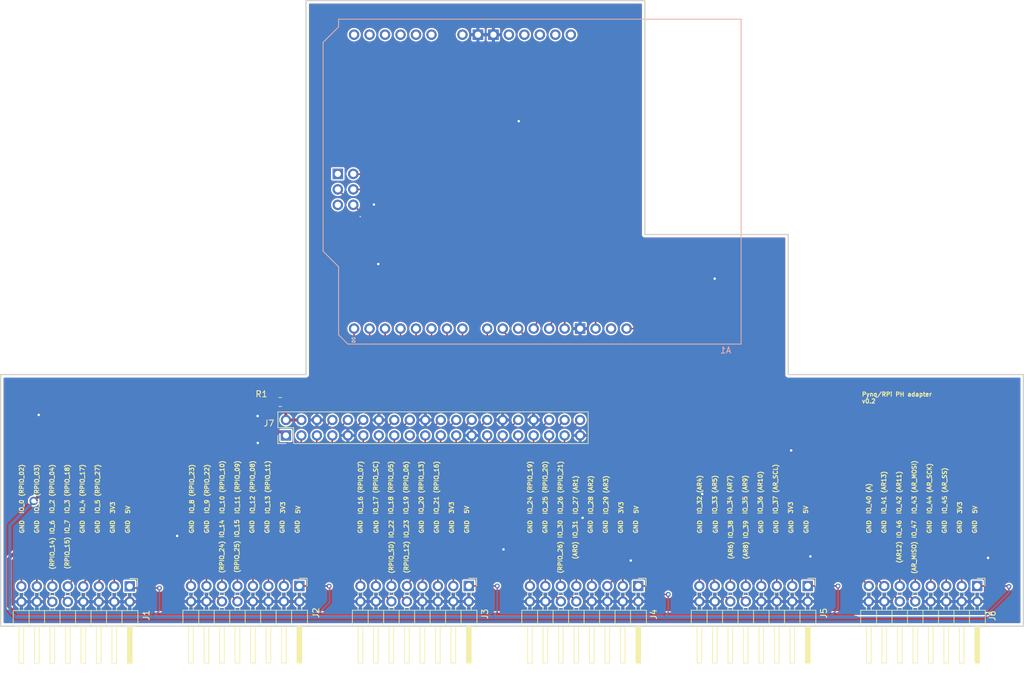
<source format=kicad_pcb>
(kicad_pcb (version 20211014) (generator pcbnew)
  (layers (0 "F.Cu" signal) (31 "B.Cu" signal) (34 "B.Paste" user) (35 "F.Paste" user) (36 "B.SilkS" user "B.Silkscreen") (37 "F.SilkS" user "F.Silkscreen") (38 "B.Mask" user) (39 "F.Mask" user) (44 "Edge.Cuts" user))
  (net 0 "")
  (net 1 "+3V3")
  (net 2 "+5V")
  (net 10 "/AR0")
  (net 11 "/AR4")
  (net 12 "/AR6")
  (net 13 "/AR8")
  (net 14 "/AR9")
  (net 15 "/AR10")
  (net 16 "/AR11")
  (net 17 "GND")
  (net 20 "/AR_MISO")
  (net 22 "/AR_SS")
  (net 23 "/AR_SCL")
  (net 26 "+5VD")
  (net 27 "/IO_5")
  (net 28 "/IO_4")
  (net 29 "/IO_3")
  (net 30 "/IO_7")
  (net 31 "/IO_2")
  (net 32 "/IO_6")
  (net 33 "/IO_1")
  (net 34 "/IO_0")
  (net 35 "/IO_13")
  (net 36 "/IO_12")
  (net 37 "/IO_11")
  (net 38 "/IO_15")
  (net 39 "/IO_10")
  (net 40 "/IO_14")
  (net 41 "/IO_9")
  (net 42 "/IO_8")
  (net 43 "/IO_21")
  (net 44 "/IO_20")
  (net 45 "/IO_19")
  (net 46 "/IO_23")
  (net 47 "/IO_18")
  (net 48 "/IO_22")
  (net 49 "/IO_17")
  (net 50 "/AR12")
  (net 51 "/IO_16")
  (net 52 "/IO_26")
  (net 53 "/IO_30")
  (net 54 "/IO_25")
  (net 55 "/IO_24")
  (net 56 "/AR_SCK")
  (net 59 "/A")
  (net 60 "/AR1")
  (net 61 "/AR2")
  (net 62 "/AR3")
  (net 63 "/AR5")
  (net 64 "/AR7")
  (net 65 "/AR13")
  (net 66 "/AR_MOSI")
  (footprint "Connector_PinHeader_2.54mm:PinHeader_2x08_P2.54mm_Horizontal" (layer "F.Cu") (at 92.715 112.21 -90)
    (fp_text reference "J3")
    (fp_text value "Conn_02x08_Odd_Even")
  )
  (footprint "Connector_PinHeader_2.54mm:PinHeader_2x08_P2.54mm_Horizontal" (layer "F.Cu") (at 64.915 112.21 -90)
    (fp_text reference "J2")
    (fp_text value "Conn_02x08_Odd_Even")
  )
  (footprint "CL_Arduino_Library:Arduino_Uno_R3_Shield_No_MH" (layer "F.Cu") (at 137.3886 19.1516 180)
    (fp_text reference "A1")
    (fp_text value "Arduino_Uno_R3_Shield")
  )
  (footprint "Connector_PinHeader_2.54mm:PinHeader_2x08_P2.54mm_Horizontal" (layer "F.Cu") (at 37.085 112.26 -90)
    (fp_text reference "J1")
    (fp_text value "Conn_02x08_Odd_Even")
  )
  (footprint "Connector_PinHeader_2.54mm:PinHeader_2x08_P2.54mm_Horizontal" (layer "F.Cu") (at 176.115 112.21 -90)
    (fp_text reference "J6")
    (fp_text value "Conn_02x08_Odd_Even")
  )
  (footprint "Resistor_SMD:R_0805_2012Metric" (layer "F.Cu") (at 61.78 82 180)
    (fp_text reference "R1")
    (fp_text value "DNP")
  )
  (footprint "Connector_PinHeader_2.54mm:PinHeader_2x08_P2.54mm_Horizontal" (layer "F.Cu") (at 148.315 112.21 -90)
    (fp_text reference "J5")
    (fp_text value "Conn_02x08_Odd_Even")
  )
  (footprint "Connector_PinHeader_2.54mm:PinHeader_2x08_P2.54mm_Horizontal" (layer "F.Cu") (at 120.515 112.21 -90)
    (fp_text reference "J4")
    (fp_text value "Conn_02x08_Odd_Even")
  )
  (footprint "Connector_PinHeader_2.54mm:PinHeader_2x20_P2.54mm_Vertical" (layer "F.Cu") (at 62.71 87.49 90)
    (fp_text reference "J7")
    (fp_text value "Conn_02x20_Odd_Even")
  )
  (gr_line (start 121.6 54.5) (end 121.6 16.1) (layer "Edge.Cuts") (width 0.2))
  (gr_line (start 121.6 16.1) (end 66 16.1) (layer "Edge.Cuts") (width 0.2))
  (gr_line (start 145.12 77.5) (end 145.12 54.5) (layer "Edge.Cuts") (width 0.2))
  (gr_line (start 145.12 54.5) (end 121.6 54.5) (layer "Edge.Cuts") (width 0.2))
  (gr_line (start 66 77.5) (end 66 16.1) (layer "Edge.Cuts") (width 0.2))
  (gr_line (start 183.7 118.8) (end 15.9 118.8) (layer "Edge.Cuts") (width 0.2))
  (gr_line (start 183.7 118.8) (end 183.7 77.5) (layer "Edge.Cuts") (width 0.2))
  (gr_line (start 183.7 77.5) (end 145.12 77.5) (layer "Edge.Cuts") (width 0.2))
  (gr_line (start 15.9 118.8) (end 15.9 77.5) (layer "Edge.Cuts") (width 0.2))
  (gr_line (start 66 77.5) (end 15.9 77.5) (layer "Edge.Cuts") (width 0.2))
  (gr_text "GND" (at 36.7538 102.489 90) (layer "F.SilkS") (effects (font (size 0.7 0.7))))
  (gr_text "IO_40 (A)" (at 158.3436 97.8662 90) (layer "F.SilkS") (effects (font (size 0.7 0.7))))
  (gr_text "GND" (at 143.110856 102.489 90) (layer "F.SilkS") (effects (font (size 0.7 0.7))))
  (gr_text "(RPIO_24) IO_14" (at 52.197 105.7148 90) (layer "F.SilkS") (effects (font (size 0.7 0.7))))
  (gr_text "GND" (at 34.275484 102.489 90) (layer "F.SilkS") (effects (font (size 0.7 0.7))))
  (gr_text "IO_35 (AR9)" (at 138.049 97.2058 90) (layer "F.SilkS") (effects (font (size 0.7 0.7))))
  (gr_text "(RPIO_SD) IO_22" (at 79.999114 105.7656 90) (layer "F.SilkS") (effects (font (size 0.7 0.7))))
  (gr_text "GND" (at 168.267742 102.489 90) (layer "F.SilkS") (effects (font (size 0.7 0.7))))
  (gr_text "GND" (at 31.79717 102.489 90) (layer "F.SilkS") (effects (font (size 0.7 0.7))))
  (gr_text "IO_41 (AR13)" (at 160.8074 96.8756 90) (layer "F.SilkS") (effects (font (size 0.7 0.7))))
  (gr_text "GND" (at 115.145456 102.489 90) (layer "F.SilkS") (effects (font (size 0.7 0.7))))
  (gr_text "IO_11 (RPIO_09)" (at 54.737 95.9866 90) (layer "F.SilkS") (effects (font (size 0.7 0.7))))
  (gr_text "IO_25 (RPIO_20)" (at 105.250344 96.0628 90) (layer "F.SilkS") (effects (font (size 0.7 0.7))))
  (gr_text "GND" (at 117.62377 102.489 90) (layer "F.SilkS") (effects (font (size 0.7 0.7))))
  (gr_text "IO_37 (AR_SCL)" (at 143.0274 96.2914 90) (layer "F.SilkS") (effects (font (size 0.7 0.7))))
  (gr_text "GND" (at 170.746056 102.489 90) (layer "F.SilkS") (effects (font (size 0.7 0.7))))
  (gr_text "IO_9 (RPIO_22)" (at 49.7586 96.272733 90) (layer "F.SilkS") (effects (font (size 0.7 0.7))))
  (gr_text "(AR0) IO_31" (at 110.167056 104.6226 90) (layer "F.SilkS") (effects (font (size 0.7 0.7))))
  (gr_text "5V" (at 120.185544 99.672733 90) (layer "F.SilkS") (effects (font (size 0.7 0.7))))
  (gr_text "(RPIO_26) IO_30" (at 107.710514 105.7656 90) (layer "F.SilkS") (effects (font (size 0.7 0.7))))
  (gr_text "IO_36 (AR10)" (at 140.5382 96.8756 90) (layer "F.SilkS") (effects (font (size 0.7 0.7))))
  (gr_text "IO_34 (AR7)" (at 135.5598 97.2058 90) (layer "F.SilkS") (effects (font (size 0.7 0.7))))
  (gr_text "5V" (at 64.6938 99.672733 90) (layer "F.SilkS") (effects (font (size 0.7 0.7))))
  (gr_text "IO_29 (AR3)" (at 115.207144 97.2566 90) (layer "F.SilkS") (effects (font (size 0.7 0.7))))
  (gr_text "(AR8) IO_39" (at 138.1506 104.648 90) (layer "F.SilkS") (effects (font (size 0.7 0.7))))
  (gr_text "3V3" (at 145.5166 99.3394 90) (layer "F.SilkS") (effects (font (size 0.7 0.7))))
  (gr_text "IO_33 (AR5)" (at 133.0706 97.2058 90) (layer "F.SilkS") (effects (font (size 0.7 0.7))))
  (gr_text "IO_12 (RPIO_08)" (at 57.2262 95.9866 90) (layer "F.SilkS") (effects (font (size 0.7 0.7))))
  (gr_text "GND" (at 77.5208 102.489 90) (layer "F.SilkS") (effects (font (size 0.7 0.7))))
  (gr_text "3V3" (at 89.8906 99.3394 90) (layer "F.SilkS") (effects (font (size 0.7 0.7))))
  (gr_text "IO_24 (RPIO_19)" (at 102.761144 96.0628 90) (layer "F.SilkS") (effects (font (size 0.7 0.7))))
  (gr_text "3V3" (at 117.696344 99.3394 90) (layer "F.SilkS") (effects (font (size 0.7 0.7))))
  (gr_text "GND" (at 92.390684 102.489 90) (layer "F.SilkS") (effects (font (size 0.7 0.7))))
  (gr_text "(AR12) IO_46" (at 163.311114 104.9274 90) (layer "F.SilkS") (effects (font (size 0.7 0.7))))
  (gr_text "IO_21 (RPIO_16)" (at 87.4014 96.0628 90) (layer "F.SilkS") (effects (font (size 0.7 0.7))))
  (gr_text "GND" (at 173.22437 102.489 90) (layer "F.SilkS") (effects (font (size 0.7 0.7))))
  (gr_text "GND" (at 87.434056 102.489 90) (layer "F.SilkS") (effects (font (size 0.7 0.7))))
  (gr_text "IO_10 (RPIO_10)" (at 52.2478 95.9866 90) (layer "F.SilkS") (effects (font (size 0.7 0.7))))
  (gr_text "IO_0 (RPIO_02)" (at 19.3548 96.272733 90) (layer "F.SilkS") (effects (font (size 0.7 0.7))))
  (gr_text "IO_27 (AR1)" (at 110.228744 97.2566 90) (layer "F.SilkS") (effects (font (size 0.7 0.7))))
  (gr_text "(RPIO_15) IO_7" (at 26.8224 105.3846 90) (layer "F.SilkS") (effects (font (size 0.7 0.7))))
  (gr_text "(RPIO_25) IO_15" (at 54.671686 105.664 90) (layer "F.SilkS") (effects (font (size 0.7 0.7))))
  (gr_text "GND" (at 102.7684 102.489 90) (layer "F.SilkS") (effects (font (size 0.7 0.7))))
  (gr_text "IO_5 (RPIO_27)" (at 31.8008 96.272733 90) (layer "F.SilkS") (effects (font (size 0.7 0.7))))
  (gr_text "GND" (at 130.6068 102.489 90) (layer "F.SilkS") (effects (font (size 0.7 0.7))))
  (gr_text "IO_43 (AR_MOSI)" (at 165.796686 95.9866 90) (layer "F.SilkS") (effects (font (size 0.7 0.7))))
  (gr_text "GND" (at 59.631942 102.489 90) (layer "F.SilkS") (effects (font (size 0.7 0.7))))
  (gr_text "IO_44 (AR_SCK)" (at 168.285886 96.2152 90) (layer "F.SilkS") (effects (font (size 0.7 0.7))))
  (gr_text "IO_13 (RPIO_11)" (at 59.7154 95.9866 90) (layer "F.SilkS") (effects (font (size 0.7 0.7))))
  (gr_text "GND" (at 112.667142 102.489 90) (layer "F.SilkS") (effects (font (size 0.7 0.7))))
  (gr_text "GND" (at 64.58857 102.489 90) (layer "F.SilkS") (effects (font (size 0.7 0.7))))
  (gr_text "GND" (at 120.102084 102.489 90) (layer "F.SilkS") (effects (font (size 0.7 0.7))))
  (gr_text "IO_4 (RPIO_17)" (at 29.3116 96.272733 90) (layer "F.SilkS") (effects (font (size 0.7 0.7))))
  (gr_text "GND" (at 145.58917 102.489 90) (layer "F.SilkS") (effects (font (size 0.7 0.7))))
  (gr_text "GND" (at 29.318856 102.489 90) (layer "F.SilkS") (effects (font (size 0.7 0.7))))
  (gr_text "GND" (at 133.1976 102.489 90) (layer "F.SilkS") (effects (font (size 0.7 0.7))))
  (gr_text "GND" (at 89.91237 102.489 90) (layer "F.SilkS") (effects (font (size 0.7 0.7))))
  (gr_text "IO_3 (RPIO_18)" (at 26.8224 96.272733 90) (layer "F.SilkS") (effects (font (size 0.7 0.7))))
  (gr_text "(AR6) IO_38" (at 135.675914 104.6226 90) (layer "F.SilkS") (effects (font (size 0.7 0.7))))
  (gr_text "(RPIO_12) IO_23" (at 82.4738 105.7402 90) (layer "F.SilkS") (effects (font (size 0.7 0.7))))
  (gr_text "IO_18 (RPIO_05)" (at 79.9338 96.0628 90) (layer "F.SilkS") (effects (font (size 0.7 0.7))))
  (gr_text "5V" (at 92.3798 99.672733 90) (layer "F.SilkS") (effects (font (size 0.7 0.7))))
  (gr_text "GND" (at 62.110256 102.489 90) (layer "F.SilkS") (effects (font (size 0.7 0.7))))
  (gr_text "IO_42 (AR11)" (at 163.2966 96.8756 90) (layer "F.SilkS") (effects (font (size 0.7 0.7))))
  (gr_text "IO_19 (RPIO_06)" (at 82.423 96.0628 90) (layer "F.SilkS") (effects (font (size 0.7 0.7))))
  (gr_text "Pynq/RPi PH adapter\nv0.2" (at 157.1244 81.3054) (layer "F.SilkS") (effects (font (size 0.7 0.7)) (justify left)))
  (gr_text "3V3" (at 173.264286 99.3394 90) (layer "F.SilkS") (effects (font (size 0.7 0.7))))
  (gr_text "GND" (at 158.369 102.489 90) (layer "F.SilkS") (effects (font (size 0.7 0.7))))
  (gr_text "GND" (at 47.244 102.489 90) (layer "F.SilkS") (effects (font (size 0.7 0.7))))
  (gr_text "GND" (at 148.067484 102.489 90) (layer "F.SilkS") (effects (font (size 0.7 0.7))))
  (gr_text "5V" (at 175.753486 99.672733 90) (layer "F.SilkS") (effects (font (size 0.7 0.7))))
  (gr_text "IO_2 (RPIO_04)" (at 24.3332 96.272733 90) (layer "F.SilkS") (effects (font (size 0.7 0.7))))
  (gr_text "IO_8 (RPIO_23)" (at 47.2694 96.272733 90) (layer "F.SilkS") (effects (font (size 0.7 0.7))))
  (gr_text "IO_16 (RPIO_07)" (at 74.9554 96.0628 90) (layer "F.SilkS") (effects (font (size 0.7 0.7))))
  (gr_text "GND" (at 21.844 102.489 90) (layer "F.SilkS") (effects (font (size 0.7 0.7))))
  (gr_text "GND" (at 140.632542 102.489 90) (layer "F.SilkS") (effects (font (size 0.7 0.7))))
  (gr_text "(AR_MISO) IO_47" (at 165.774914 105.8164 90) (layer "F.SilkS") (effects (font (size 0.7 0.7))))
  (gr_text "(RPIO_14) IO_6" (at 24.362228 105.455667 90) (layer "F.SilkS") (effects (font (size 0.7 0.7))))
  (gr_text "IO_28 (AR2)" (at 112.717944 97.2566 90) (layer "F.SilkS") (effects (font (size 0.7 0.7))))
  (gr_text "GND" (at 160.8328 102.489 90) (layer "F.SilkS") (effects (font (size 0.7 0.7))))
  (gr_text "IO_26 (RPIO_21)" (at 107.739544 96.0628 90) (layer "F.SilkS") (effects (font (size 0.7 0.7))))
  (gr_text "3V3" (at 62.2046 99.3394 90) (layer "F.SilkS") (effects (font (size 0.7 0.7))))
  (gr_text "GND" (at 175.702684 102.489 90) (layer "F.SilkS") (effects (font (size 0.7 0.7))))
  (gr_text "IO_45 (AR_SS)" (at 170.775086 96.5708 90) (layer "F.SilkS") (effects (font (size 0.7 0.7))))
  (gr_text "3V3" (at 34.29 99.3394 90) (layer "F.SilkS") (effects (font (size 0.7 0.7))))
  (gr_text "IO_1 (RPIO_03)" (at 21.844 96.272733 90) (layer "F.SilkS") (effects (font (size 0.7 0.7))))
  (gr_text "GND" (at 49.718686 102.489 90) (layer "F.SilkS") (effects (font (size 0.7 0.7))))
  (gr_text "GND" (at 74.9046 102.489 90) (layer "F.SilkS") (effects (font (size 0.7 0.7))))
  (gr_text "GND" (at 105.2322 102.489 90) (layer "F.SilkS") (effects (font (size 0.7 0.7))))
  (gr_text "5V" (at 148.0058 99.672733 90) (layer "F.SilkS") (effects (font (size 0.7 0.7))))
  (gr_text "IO_32 (AR4)" (at 130.5814 97.2058 90) (layer "F.SilkS") (effects (font (size 0.7 0.7))))
  (gr_text "GND" (at 84.955742 102.489 90) (layer "F.SilkS") (effects (font (size 0.7 0.7))))
  (gr_text "GND" (at 19.4056 102.489 90) (layer "F.SilkS") (effects (font (size 0.7 0.7))))
  (gr_text "5V" (at 36.7792 99.672733 90) (layer "F.SilkS") (effects (font (size 0.7 0.7))))
  (gr_text "IO_20 (RPIO_13)" (at 84.9122 96.0628 90) (layer "F.SilkS") (effects (font (size 0.7 0.7))))
  (gr_text "IO_17 (RPIO_SC)" (at 77.4446 96.0628 90) (layer "F.SilkS") (effects (font (size 0.7 0.7))))
  (gr_text "GND" (at 57.153628 102.489 90) (layer "F.SilkS") (effects (font (size 0.7 0.7))))
  (segment (start 71.58 111.712) (end 71.58 115.81) (width 0.254) (layer "F.Cu") (net 1))
  (segment (start 18.49 116.83) (end 17.21 115.55) (width 0.508) (layer "F.Cu") (net 1))
  (segment (start 146.65 109.81) (end 153.1932 109.81) (width 0.254) (layer "F.Cu") (net 1))
  (segment (start 60.75 116.83) (end 70.56 116.83) (width 0.508) (layer "F.Cu") (net 1))
  (segment (start 62.1 86.9) (end 62.69 87.49) (width 0.5) (layer "F.Cu") (net 1))
  (segment (start 43.04 116.83) (end 43.99 116.83) (width 0.508) (layer "F.Cu") (net 1))
  (segment (start 155.79 116.83) (end 181.16 116.83) (width 0.254) (layer "F.Cu") (net 1))
  (segment (start 17.21 115.55) (end 17.21 107.74) (width 0.508) (layer "F.Cu") (net 1))
  (segment (start 127.51 113.3114) (end 127.51 115.89) (width 0.3) (layer "F.Cu") (net 1))
  (segment (start 70.56 116.83) (end 87.92 116.83) (width 0.508) (layer "F.Cu") (net 1))
  (segment (start 99.52 111.966) (end 99.52 116.18) (width 0.254) (layer "F.Cu") (net 1))
  (segment (start 62.375 112.21) (end 62.375 110.835) (width 0.254) (layer "F.Cu") (net 1))
  (segment (start 69.948 110.08) (end 71.58 111.712) (width 0.254) (layer "F.Cu") (net 1))
  (segment (start 43.99 115.88) (end 43.04 116.83) (width 0.254) (layer "F.Cu") (net 1))
  (segment (start 127.51 115.89) (end 126.57 116.83) (width 0.3) (layer "F.Cu") (net 1))
  (segment (start 63.13 110.08) (end 69.948 110.08) (width 0.254) (layer "F.Cu") (net 1))
  (segment (start 115.85 116.83) (end 122.61 116.83) (width 0.508) (layer "F.Cu") (net 1))
  (segment (start 155.57 115.73) (end 154.47 116.83) (width 0.254) (layer "F.Cu") (net 1))
  (segment (start 145.775 112.21) (end 145.775 110.685) (width 0.254) (layer "F.Cu") (net 1))
  (segment (start 174.43 110.16) (end 173.575 111.015) (width 0.254) (layer "F.Cu") (net 1))
  (segment (start 62.375 110.835) (end 63.13 110.08) (width 0.254) (layer "F.Cu") (net 1))
  (segment (start 34.545 111.085) (end 35.29 110.34) (width 0.254) (layer "F.Cu") (net 1))
  (segment (start 117.975 112.21) (end 117.975 110.795) (width 0.3) (layer "F.Cu") (net 1))
  (segment (start 126.57 116.83) (end 154.47 116.83) (width 0.508) (layer "F.Cu") (net 1))
  (segment (start 173.575 111.015) (end 173.575 112.21) (width 0.254) (layer "F.Cu") (net 1))
  (segment (start 90.175 112.21) (end 90.175 110.715) (width 0.254) (layer "F.Cu") (net 1))
  (segment (start 155.57 112.1868) (end 155.57 115.73) (width 0.254) (layer "F.Cu") (net 1))
  (segment (start 153.1932 109.81) (end 155.57 112.1868) (width 0.254) (layer "F.Cu") (net 1))
  (segment (start 97.354 109.8) (end 99.52 111.966) (width 0.254) (layer "F.Cu") (net 1))
  (segment (start 43.99 112.3668) (end 43.99 115.88) (width 0.254) (layer "F.Cu") (net 1))
  (segment (start 38.05 86.9) (end 62.1 86.9) (width 0.508) (layer "F.Cu") (net 1))
  (segment (start 43.99 116.83) (end 60.75 116.83) (width 0.508) (layer "F.Cu") (net 1))
  (segment (start 122.73 110.32) (end 123.93 111.52) (width 0.3) (layer "F.Cu") (net 1))
  (segment (start 122.61 116.83) (end 126.57 116.83) (width 0.508) (layer "F.Cu") (net 1))
  (segment (start 182.2958 115.6942) (end 182.2958 110.6358) (width 0.254) (layer "F.Cu") (net 1))
  (segment (start 71.58 115.81) (end 70.56 116.83) (width 0.254) (layer "F.Cu") (net 1))
  (segment (start 91.09 109.8) (end 97.354 109.8) (width 0.254) (layer "F.Cu") (net 1))
  (segment (start 41.9632 110.34) (end 43.99 112.3668) (width 0.254) (layer "F.Cu") (net 1))
  (segment (start 98.87 116.83) (end 115.85 116.83) (width 0.508) (layer "F.Cu") (net 1))
  (segment (start 34.545 112.26) (end 34.545 111.085) (width 0.254) (layer "F.Cu") (net 1))
  (segment (start 181.16 116.83) (end 182.2958 115.6942) (width 0.254) (layer "F.Cu") (net 1))
  (segment (start 87.92 116.83) (end 98.87 116.83) (width 0.508) (layer "F.Cu") (net 1))
  (segment (start 181.82 110.16) (end 174.43 110.16) (width 0.254) (layer "F.Cu") (net 1))
  (segment (start 154.47 116.83) (end 155.79 116.83) (width 0.508) (layer "F.Cu") (net 1))
  (segment (start 125.7186 111.52) (end 127.51 113.3114) (width 0.3) (layer "F.Cu") (net 1))
  (segment (start 145.775 110.685) (end 146.65 109.81) (width 0.254) (layer "F.Cu") (net 1))
  (segment (start 43.04 116.83) (end 18.49 116.83) (width 0.508) (layer "F.Cu") (net 1))
  (segment (start 17.21 107.74) (end 38.05 86.9) (width 0.508) (layer "F.Cu") (net 1))
  (segment (start 118.45 110.32) (end 122.73 110.32) (width 0.3) (layer "F.Cu") (net 1))
  (segment (start 182.2958 110.6358) (end 181.82 110.16) (width 0.254) (layer "F.Cu") (net 1))
  (segment (start 90.175 110.715) (end 91.09 109.8) (width 0.254) (layer "F.Cu") (net 1))
  (segment (start 117.975 110.795) (end 118.45 110.32) (width 0.3) (layer "F.Cu") (net 1))
  (segment (start 35.29 110.34) (end 41.9632 110.34) (width 0.254) (layer "F.Cu") (net 1))
  (segment (start 123.93 111.52) (end 125.7186 111.52) (width 0.3) (layer "F.Cu") (net 1))
  (segment (start 99.52 116.18) (end 98.87 116.83) (width 0.254) (layer "F.Cu") (net 1))
  (segment (start 62.6925 82) (end 62.6925 84.9475) (width 0.508) (layer "F.Cu") (net 2))
  (segment (start 62.69 84.95) (end 65.23 84.95) (width 0.508) (layer "F.Cu") (net 2))
  (segment (start 62.6925 84.9475) (end 62.69 84.95) (width 0.5) (layer "F.Cu") (net 2))
  (segment (start 73.8886 69.9516) (end 73.8886 79.1086) (width 0.254) (layer "F.Cu") (net 10))
  (segment (start 112.99 83.67) (end 112.99 103.7) (width 0.254) (layer "F.Cu") (net 10))
  (segment (start 112.4796 83.1596) (end 112.99 83.67) (width 0.254) (layer "F.Cu") (net 10))
  (segment (start 109.09 113.485) (end 110.355 114.75) (width 0.254) (layer "F.Cu") (net 10))
  (segment (start 77.9396 83.1596) (end 112.4796 83.1596) (width 0.254) (layer "F.Cu") (net 10))
  (segment (start 112.99 103.7) (end 109.09 107.6) (width 0.254) (layer "F.Cu") (net 10))
  (segment (start 109.09 107.6) (end 109.09 113.485) (width 0.254) (layer "F.Cu") (net 10))
  (segment (start 73.8886 79.1086) (end 77.9396 83.1596) (width 0.254) (layer "F.Cu") (net 10))
  (segment (start 84.060119 69.963119) (end 84.060119 75.200119) (width 0.254) (layer "F.Cu") (net 11))
  (segment (start 87.854 78.994) (end 115.714 78.994) (width 0.254) (layer "F.Cu") (net 11))
  (segment (start 129.5 110.04) (end 130.535 111.075) (width 0.254) (layer "F.Cu") (net 11))
  (segment (start 84.0486 69.9516) (end 84.060119 69.963119) (width 0.254) (layer "F.Cu") (net 11))
  (segment (start 84.060119 75.200119) (end 87.854 78.994) (width 0.254) (layer "F.Cu") (net 11))
  (segment (start 118.19 81.47) (end 118.19 103.87) (width 0.254) (layer "F.Cu") (net 11))
  (segment (start 115.714 78.994) (end 118.19 81.47) (width 0.254) (layer "F.Cu") (net 11))
  (segment (start 124.36 110.04) (end 129.5 110.04) (width 0.254) (layer "F.Cu") (net 11))
  (segment (start 130.535 111.075) (end 130.535 112.21) (width 0.254) (layer "F.Cu") (net 11))
  (segment (start 118.19 103.87) (end 124.36 110.04) (width 0.254) (layer "F.Cu") (net 11))
  (segment (start 116.707 76.327) (end 120.87 80.49) (width 0.254) (layer "F.Cu") (net 12))
  (segment (start 120.87 80.49) (end 120.87 102.28) (width 0.254) (layer "F.Cu") (net 12))
  (segment (start 89.140119 69.963119) (end 89.140119 72.200119) (width 0.254) (layer "F.Cu") (net 12))
  (segment (start 134.34 110.44) (end 134.34 113.475) (width 0.254) (layer "F.Cu") (net 12))
  (segment (start 125.88 107.29) (end 131.19 107.29) (width 0.254) (layer "F.Cu") (net 12))
  (segment (start 120.87 102.28) (end 125.88 107.29) (width 0.254) (layer "F.Cu") (net 12))
  (segment (start 89.1286 69.9516) (end 89.140119 69.963119) (width 0.254) (layer "F.Cu") (net 12))
  (segment (start 131.19 107.29) (end 134.34 110.44) (width 0.254) (layer "F.Cu") (net 12))
  (segment (start 89.140119 72.200119) (end 93.267 76.327) (width 0.254) (layer "F.Cu") (net 12))
  (segment (start 93.267 76.327) (end 116.707 76.327) (width 0.254) (layer "F.Cu") (net 12))
  (segment (start 134.34 113.475) (end 135.615 114.75) (width 0.254) (layer "F.Cu") (net 12))
  (segment (start 136.88 109.2) (end 136.88 113.475) (width 0.254) (layer "F.Cu") (net 13))
  (segment (start 127.82 104.67) (end 132.35 104.67) (width 0.254) (layer "F.Cu") (net 13))
  (segment (start 95.744119 71.594119) (end 98.064 73.914) (width 0.254) (layer "F.Cu") (net 13))
  (segment (start 136.88 113.475) (end 138.155 114.75) (width 0.254) (layer "F.Cu") (net 13))
  (segment (start 123.45 100.3) (end 127.82 104.67) (width 0.254) (layer "F.Cu") (net 13))
  (segment (start 95.744119 69.963119) (end 95.744119 71.594119) (width 0.254) (layer "F.Cu") (net 13))
  (segment (start 95.7326 69.9516) (end 95.744119 69.963119) (width 0.254) (layer "F.Cu") (net 13))
  (segment (start 123.45 79.12) (end 123.45 100.3) (width 0.254) (layer "F.Cu") (net 13))
  (segment (start 118.244 73.914) (end 123.45 79.12) (width 0.254) (layer "F.Cu") (net 13))
  (segment (start 132.35 104.67) (end 136.88 109.2) (width 0.254) (layer "F.Cu") (net 13))
  (segment (start 98.064 73.914) (end 118.244 73.914) (width 0.254) (layer "F.Cu") (net 13))
  (segment (start 100.8326 72.8726) (end 119.0226 72.8726) (width 0.254) (layer "F.Cu") (net 14))
  (segment (start 98.2726 70.3126) (end 100.8326 72.8726) (width 0.254) (layer "F.Cu") (net 14))
  (segment (start 119.0226 72.8726) (end 124.75 78.6) (width 0.254) (layer "F.Cu") (net 14))
  (segment (start 128.98 103.4) (end 133 103.4) (width 0.254) (layer "F.Cu") (net 14))
  (segment (start 138.155 108.555) (end 138.155 112.21) (width 0.254) (layer "F.Cu") (net 14))
  (segment (start 98.2726 69.9516) (end 98.2726 70.3126) (width 0.254) (layer "F.Cu") (net 14))
  (segment (start 124.75 99.17) (end 128.98 103.4) (width 0.254) (layer "F.Cu") (net 14))
  (segment (start 124.75 78.6) (end 124.75 99.17) (width 0.254) (layer "F.Cu") (net 14))
  (segment (start 133 103.4) (end 138.155 108.555) (width 0.254) (layer "F.Cu") (net 14))
  (segment (start 140.695 109.025) (end 140.695 112.21) (width 0.254) (layer "F.Cu") (net 15))
  (segment (start 100.8126 69.9516) (end 100.8126 70.0126) (width 0.254) (layer "F.Cu") (net 15))
  (segment (start 126.06 98.31) (end 129.79 102.04) (width 0.254) (layer "F.Cu") (net 15))
  (segment (start 100.8126 70.0126) (end 102.7328 71.9328) (width 0.254) (layer "F.Cu") (net 15))
  (segment (start 133.71 102.04) (end 140.695 109.025) (width 0.254) (layer "F.Cu") (net 15))
  (segment (start 102.7328 71.9328) (end 120.0028 71.9328) (width 0.254) (layer "F.Cu") (net 15))
  (segment (start 120.0028 71.9328) (end 126.06 77.99) (width 0.254) (layer "F.Cu") (net 15))
  (segment (start 129.79 102.04) (end 133.71 102.04) (width 0.254) (layer "F.Cu") (net 15))
  (segment (start 126.06 77.99) (end 126.06 98.31) (width 0.254) (layer "F.Cu") (net 15))
  (segment (start 103.3526 69.9516) (end 103.3526 69.5474) (width 0.254) (layer "F.Cu") (net 16))
  (segment (start 122.1 64.2) (end 133.9 76) (width 0.254) (layer "F.Cu") (net 16))
  (segment (start 133.9 76) (end 133.9 90.6) (width 0.254) (layer "F.Cu") (net 16))
  (segment (start 144.4 101.1) (end 155.4 101.1) (width 0.254) (layer "F.Cu") (net 16))
  (segment (start 133.9 90.6) (end 144.4 101.1) (width 0.254) (layer "F.Cu") (net 16))
  (segment (start 103.3526 69.5474) (end 108.7 64.2) (width 0.254) (layer "F.Cu") (net 16))
  (segment (start 108.7 64.2) (end 122.1 64.2) (width 0.254) (layer "F.Cu") (net 16))
  (segment (start 155.4 101.1) (end 163.415 109.115) (width 0.254) (layer "F.Cu") (net 16))
  (segment (start 163.415 109.115) (end 163.415 112.21) (width 0.254) (layer "F.Cu") (net 16))
  (via (at 98.3996 106.1974) (size 0.8) (drill 0.4) (layers "F.Cu" "B.Cu") (net 17))
  (via (at 58.0644 84.3026) (size 0.8) (drill 0.4) (layers "F.Cu" "B.Cu") (net 17))
  (via (at 133.05 61.75) (size 0.8) (drill 0.4) (layers "F.Cu" "B.Cu") (net 17))
  (via (at 111.379 101.0158) (size 0.8) (drill 0.4) (layers "F.Cu" "B.Cu") (net 17))
  (via (at 119.2784 108.0262) (size 0.8) (drill 0.4) (layers "F.Cu" "B.Cu") (net 17))
  (via (at 77.85 59.35) (size 0.8) (drill 0.4) (layers "F.Cu" "B.Cu") (net 17))
  (via (at 100.9 35.9) (size 0.8) (drill 0.4) (layers "F.Cu" "B.Cu") (net 17))
  (via (at 22.15 84.125) (size 0.8) (drill 0.4) (layers "F.Cu" "B.Cu") (net 17))
  (via (at 77.1398 49.5808) (size 0.8) (drill 0.4) (layers "F.Cu" "B.Cu") (net 17))
  (via (at 148.75 107.35) (size 0.8) (drill 0.4) (layers "F.Cu" "B.Cu") (net 17))
  (via (at 131 97.1) (size 0.8) (drill 0.4) (layers "F.Cu" "B.Cu") (net 17))
  (via (at 145.6 89.95) (size 0.8) (drill 0.4) (layers "F.Cu" "B.Cu") (net 17))
  (via (at 58.0898 88.7222) (size 0.8) (drill 0.4) (layers "F.Cu" "B.Cu") (net 17))
  (via (at 177.9 107.6) (size 0.8) (drill 0.4) (layers "F.Cu" "B.Cu") (net 17))
  (via (at 44.8564 103.9876) (size 0.8) (drill 0.4) (layers "F.Cu" "B.Cu") (net 17))
  (segment (start 145.05 99.8) (end 156.3 99.8) (width 0.254) (layer "F.Cu") (net 20))
  (segment (start 156.3 99.8) (end 164.69 108.19) (width 0.254) (layer "F.Cu") (net 20))
  (segment (start 90.3 60.4) (end 120.1 60.4) (width 0.254) (layer "F.Cu") (net 20))
  (segment (start 135.2 89.95) (end 145.05 99.8) (width 0.254) (layer "F.Cu") (net 20))
  (segment (start 80.6492 50.7492) (end 90.3 60.4) (width 0.254) (layer "F.Cu") (net 20))
  (segment (start 73.7616 49.6316) (end 74.8792 50.7492) (width 0.254) (layer "F.Cu") (net 20))
  (segment (start 120.1 60.4) (end 135.2 75.5) (width 0.254) (layer "F.Cu") (net 20))
  (segment (start 164.69 113.485) (end 165.955 114.75) (width 0.254) (layer "F.Cu") (net 20))
  (segment (start 164.69 108.19) (end 164.69 113.485) (width 0.254) (layer "F.Cu") (net 20))
  (segment (start 74.8792 50.7492) (end 80.6492 50.7492) (width 0.254) (layer "F.Cu") (net 20))
  (segment (start 135.2 75.5) (end 135.2 89.95) (width 0.254) (layer "F.Cu") (net 20))
  (segment (start 158.5 95.9) (end 171.035 108.435) (width 0.254) (layer "F.Cu") (net 22))
  (segment (start 139.2 87.9) (end 147.2 95.9) (width 0.254) (layer "F.Cu") (net 22))
  (segment (start 73.81 44.6) (end 81.7 44.6) (width 0.254) (layer "F.Cu") (net 22))
  (segment (start 73.7616 44.5516) (end 73.81 44.6) (width 0.254) (layer "F.Cu") (net 22))
  (segment (start 139.2 73.8) (end 139.2 87.9) (width 0.254) (layer "F.Cu") (net 22))
  (segment (start 171.035 108.435) (end 171.035 112.21) (width 0.254) (layer "F.Cu") (net 22))
  (segment (start 147.2 95.9) (end 158.5 95.9) (width 0.254) (layer "F.Cu") (net 22))
  (segment (start 121.9 56.5) (end 139.2 73.8) (width 0.254) (layer "F.Cu") (net 22))
  (segment (start 93.6 56.5) (end 121.9 56.5) (width 0.254) (layer "F.Cu") (net 22))
  (segment (start 81.7 44.6) (end 93.6 56.5) (width 0.254) (layer "F.Cu") (net 22))
  (segment (start 127.4 97.41) (end 130.57 100.58) (width 0.254) (layer "F.Cu") (net 23))
  (segment (start 130.57 100.58) (end 134.3 100.58) (width 0.254) (layer "F.Cu") (net 23))
  (segment (start 118.5926 69.9516) (end 119.9516 69.9516) (width 0.254) (layer "F.Cu") (net 23))
  (segment (start 143.235 109.515) (end 143.235 112.21) (width 0.254) (layer "F.Cu") (net 23))
  (segment (start 127.4 77.4) (end 127.4 97.41) (width 0.254) (layer "F.Cu") (net 23))
  (segment (start 119.9516 69.9516) (end 127.4 77.4) (width 0.254) (layer "F.Cu") (net 23))
  (segment (start 134.3 100.58) (end 143.235 109.515) (width 0.254) (layer "F.Cu") (net 23))
  (segment (start 148.315 112.21) (end 153.27 112.21) (width 0.254) (layer "F.Cu") (net 26))
  (segment (start 181.22 112.21) (end 176.115 112.21) (width 0.254) (layer "F.Cu") (net 26))
  (segment (start 120.515 112.21) (end 122.04 112.21) (width 0.254) (layer "F.Cu") (net 26))
  (segment (start 92.715 112.21) (end 97.38 112.21) (width 0.254) (layer "F.Cu") (net 26))
  (segment (start 37.575 82) (end 60.8675 82) (width 0.508) (layer "F.Cu") (net 26))
  (segment (start 69.74 112.21) (end 64.915 112.21) (width 0.254) (layer "F.Cu") (net 26))
  (segment (start 122.04 112.21) (end 123.42 113.59) (width 0.254) (layer "F.Cu") (net 26))
  (segment (start 123.42 113.59) (end 125.43 113.59) (width 0.254) (layer "F.Cu") (net 26))
  (segment (start 69.7726 112.2426) (end 69.74 112.21) (width 0.3) (layer "F.Cu") (net 26))
  (segment (start 153.27 112.21) (end 153.28 112.22) (width 0.3) (layer "F.Cu") (net 26))
  (segment (start 181.32 112.31) (end 181.22 112.21) (width 0.3) (layer "F.Cu") (net 26))
  (segment (start 69.7992 112.2426) (end 69.7726 112.2426) (width 0.3) (layer "F.Cu") (net 26))
  (segment (start 37.365 112.54) (end 37.085 112.26) (width 0.5) (layer "F.Cu") (net 26))
  (segment (start 21.325 98.25) (end 37.575 82) (width 0.508) (layer "F.Cu") (net 26))
  (segment (start 41.96 112.54) (end 37.365 112.54) (width 0.254) (layer "F.Cu") (net 26))
  (via (at 69.7992 112.2426) (size 0.8) (drill 0.4) (layers "F.Cu" "B.Cu") (net 26))
  (via (at 153.28 112.22) (size 0.8) (drill 0.4) (layers "F.Cu" "B.Cu") (net 26))
  (via (at 125.43 113.59) (size 0.8) (drill 0.4) (layers "F.Cu" "B.Cu") (net 26))
  (via (at 181.32 112.31) (size 0.8) (drill 0.4) (layers "F.Cu" "B.Cu") (net 26))
  (via (at 97.38 112.21) (size 0.8) (drill 0.4) (layers "F.Cu" "B.Cu") (net 26))
  (via (at 21.325 98.25) (size 1.4) (drill 0.8) (layers "F.Cu" "B.Cu") (net 26))
  (via (at 41.96 112.54) (size 0.8) (drill 0.4) (layers "F.Cu" "B.Cu") (net 26))
  (segment (start 125.43 113.59) (end 125.43 116.63) (width 0.254) (layer "B.Cu") (net 26))
  (segment (start 21.325 98.25) (end 21.325 98.35) (width 0.5) (layer "B.Cu") (net 26))
  (segment (start 153.28 112.22) (end 153.28 115.91) (width 0.254) (layer "B.Cu") (net 26))
  (segment (start 119.84 117.36) (end 124.7 117.36) (width 0.508) (layer "B.Cu") (net 26))
  (segment (start 69.87 114.91) (end 67.42 117.36) (width 0.254) (layer "B.Cu") (net 26))
  (segment (start 156.24 117.37) (end 151.82 117.37) (width 0.508) (layer "B.Cu") (net 26))
  (segment (start 69.7992 112.2426) (end 69.87 112.3134) (width 0.254) (layer "B.Cu") (net 26))
  (segment (start 97.38 116.47) (end 96.49 117.36) (width 0.254) (layer "B.Cu") (net 26))
  (segment (start 156.23 117.36) (end 156.24 117.37) (width 0.5) (layer "B.Cu") (net 26))
  (segment (start 177.24 117.36) (end 156.25 117.36) (width 0.254) (layer "B.Cu") (net 26))
  (segment (start 21.325 98.35) (end 17.42 102.255) (width 0.508) (layer "B.Cu") (net 26))
  (segment (start 153.28 115.91) (end 151.82 117.37) (width 0.254) (layer "B.Cu") (net 26))
  (segment (start 96.49 117.36) (end 119.84 117.36) (width 0.508) (layer "B.Cu") (net 26))
  (segment (start 40.84 117.36) (end 41.98 117.36) (width 0.508) (layer "B.Cu") (net 26))
  (segment (start 97.38 112.21) (end 97.38 116.47) (width 0.254) (layer "B.Cu") (net 26))
  (segment (start 41.96 112.54) (end 41.96 116.24) (width 0.254) (layer "B.Cu") (net 26))
  (segment (start 17.42 102.255) (end 17.42 116.31) (width 0.508) (layer "B.Cu") (net 26))
  (segment (start 65.83 117.36) (end 67.42 117.36) (width 0.508) (layer "B.Cu") (net 26))
  (segment (start 124.7 117.36) (end 156.23 117.36) (width 0.508) (layer "B.Cu") (net 26))
  (segment (start 41.96 116.24) (end 40.84 117.36) (width 0.254) (layer "B.Cu") (net 26))
  (segment (start 18.47 117.36) (end 40.84 117.36) (width 0.508) (layer "B.Cu") (net 26))
  (segment (start 156.25 117.36) (end 156.24 117.37) (width 0.3) (layer "B.Cu") (net 26))
  (segment (start 67.42 117.36) (end 93.68 117.36) (width 0.508) (layer "B.Cu") (net 26))
  (segment (start 125.43 116.63) (end 124.7 117.36) (width 0.3) (layer "B.Cu") (net 26))
  (segment (start 69.87 112.3134) (end 69.87 114.91) (width 0.254) (layer "B.Cu") (net 26))
  (segment (start 93.68 117.36) (end 96.49 117.36) (width 0.5) (layer "B.Cu") (net 26))
  (segment (start 41.98 117.36) (end 65.83 117.36) (width 0.508) (layer "B.Cu") (net 26))
  (segment (start 17.42 116.31) (end 18.47 117.36) (width 0.508) (layer "B.Cu") (net 26))
  (segment (start 181.32 112.31) (end 181.32 113.28) (width 0.254) (layer "B.Cu") (net 26))
  (segment (start 181.32 113.28) (end 177.24 117.36) (width 0.254) (layer "B.Cu") (net 26))
  (segment (start 68.41 99.58) (end 77.93 90.06) (width 0.254) (layer "F.Cu") (net 27))
  (segment (start 43.795 99.58) (end 68.41 99.58) (width 0.254) (layer "F.Cu") (net 27))
  (segment (start 77.93 90.06) (end 77.93 87.49) (width 0.254) (layer "F.Cu") (net 27))
  (segment (start 32.005 111.37) (end 43.795 99.58) (width 0.254) (layer "F.Cu") (net 27))
  (segment (start 32.005 112.26) (end 32.005 111.37) (width 0.254) (layer "F.Cu") (net 27))
  (segment (start 75.39 90.63) (end 67.71 98.31) (width 0.254) (layer "F.Cu") (net 28))
  (segment (start 75.39 87.49) (end 75.39 90.63) (width 0.254) (layer "F.Cu") (net 28))
  (segment (start 29.465 111.66) (end 29.465 112.26) (width 0.254) (layer "F.Cu") (net 28))
  (segment (start 42.815 98.31) (end 29.465 111.66) (width 0.254) (layer "F.Cu") (net 28))
  (segment (start 67.71 98.31) (end 42.815 98.31) (width 0.254) (layer "F.Cu") (net 28))
  (segment (start 74.14 89.89) (end 74.14 86.2) (width 0.254) (layer "F.Cu") (net 29))
  (segment (start 67.1 96.93) (end 74.14 89.89) (width 0.254) (layer "F.Cu") (net 29))
  (segment (start 26.925 112.26) (end 26.925 112.05) (width 0.254) (layer "F.Cu") (net 29))
  (segment (start 42.045 96.93) (end 67.1 96.93) (width 0.254) (layer "F.Cu") (net 29))
  (segment (start 26.925 112.05) (end 42.045 96.93) (width 0.254) (layer "F.Cu") (net 29))
  (segment (start 74.14 86.2) (end 75.39 84.95) (width 0.254) (layer "F.Cu") (net 29))
  (segment (start 25.66 113.535) (end 26.925 114.8) (width 0.254) (layer "F.Cu") (net 30))
  (segment (start 72.85 84.95) (end 71.61 86.19) (width 0.254) (layer "F.Cu") (net 30))
  (segment (start 25.66 110.565) (end 25.66 113.535) (width 0.254) (layer "F.Cu") (net 30))
  (segment (start 71.61 86.19) (end 71.61 90.54) (width 0.254) (layer "F.Cu") (net 30))
  (segment (start 40.575 95.65) (end 25.66 110.565) (width 0.254) (layer "F.Cu") (net 30))
  (segment (start 66.5 95.65) (end 40.575 95.65) (width 0.254) (layer "F.Cu") (net 30))
  (segment (start 71.61 90.54) (end 66.5 95.65) (width 0.254) (layer "F.Cu") (net 30))
  (segment (start 40.195 94.33) (end 24.385 110.14) (width 0.254) (layer "F.Cu") (net 31))
  (segment (start 70.31 87.49) (end 70.31 89.9) (width 0.254) (layer "F.Cu") (net 31))
  (segment (start 70.31 89.9) (end 65.88 94.33) (width 0.254) (layer "F.Cu") (net 31))
  (segment (start 65.88 94.33) (end 40.195 94.33) (width 0.254) (layer "F.Cu") (net 31))
  (segment (start 24.385 110.14) (end 24.385 112.26) (width 0.254) (layer "F.Cu") (net 31))
  (segment (start 69.06 89.26) (end 65.32 93) (width 0.254) (layer "F.Cu") (net 32))
  (segment (start 65.32 93) (end 39.775 93) (width 0.254) (layer "F.Cu") (net 32))
  (segment (start 39.775 93) (end 23.11 109.665) (width 0.254) (layer "F.Cu") (net 32))
  (segment (start 70.31 84.95) (end 69.06 86.2) (width 0.254) (layer "F.Cu") (net 32))
  (segment (start 23.11 109.665) (end 23.11 113.525) (width 0.254) (layer "F.Cu") (net 32))
  (segment (start 69.06 86.2) (end 69.06 89.26) (width 0.254) (layer "F.Cu") (net 32))
  (segment (start 23.11 113.525) (end 24.385 114.8) (width 0.254) (layer "F.Cu") (net 32))
  (segment (start 67.77 88.6) (end 67.77 87.49) (width 0.254) (layer "F.Cu") (net 33))
  (segment (start 21.845 108.78) (end 38.925 91.7) (width 0.254) (layer "F.Cu") (net 33))
  (segment (start 64.67 91.7) (end 67.77 88.6) (width 0.254) (layer "F.Cu") (net 33))
  (segment (start 21.845 112.26) (end 21.845 108.78) (width 0.254) (layer "F.Cu") (net 33))
  (segment (start 38.925 91.7) (end 64.67 91.7) (width 0.254) (layer "F.Cu") (net 33))
  (segment (start 19.305 108.945) (end 37.85 90.4) (width 0.254) (layer "F.Cu") (net 34))
  (segment (start 65.23 89.13) (end 65.23 87.49) (width 0.254) (layer "F.Cu") (net 34))
  (segment (start 37.85 90.4) (end 63.96 90.4) (width 0.254) (layer "F.Cu") (net 34))
  (segment (start 19.305 112.26) (end 19.305 108.945) (width 0.254) (layer "F.Cu") (net 34))
  (segment (start 63.96 90.4) (end 65.23 89.13) (width 0.254) (layer "F.Cu") (net 34))
  (segment (start 90.63 92.59) (end 90.63 87.49) (width 0.254) (layer "F.Cu") (net 35))
  (segment (start 59.835 110.145) (end 61.31 108.67) (width 0.254) (layer "F.Cu") (net 35))
  (segment (start 61.31 108.67) (end 74.55 108.67) (width 0.254) (layer "F.Cu") (net 35))
  (segment (start 74.55 108.67) (end 90.63 92.59) (width 0.254) (layer "F.Cu") (net 35))
  (segment (start 59.835 112.21) (end 59.835 110.145) (width 0.254) (layer "F.Cu") (net 35))
  (segment (start 89.39 86.19) (end 89.39 91.93) (width 0.254) (layer "F.Cu") (net 36))
  (segment (start 59.08 107.51) (end 57.295 109.295) (width 0.254) (layer "F.Cu") (net 36))
  (segment (start 89.39 91.93) (end 73.81 107.51) (width 0.254) (layer "F.Cu") (net 36))
  (segment (start 90.63 84.95) (end 89.39 86.19) (width 0.254) (layer "F.Cu") (net 36))
  (segment (start 57.295 109.295) (end 57.295 112.21) (width 0.254) (layer "F.Cu") (net 36))
  (segment (start 73.81 107.51) (end 59.08 107.51) (width 0.254) (layer "F.Cu") (net 36))
  (segment (start 88.09 91.31) (end 88.09 87.49) (width 0.254) (layer "F.Cu") (net 37))
  (segment (start 72.84 106.56) (end 88.09 91.31) (width 0.254) (layer "F.Cu") (net 37))
  (segment (start 54.755 109.755) (end 57.95 106.56) (width 0.254) (layer "F.Cu") (net 37))
  (segment (start 57.95 106.56) (end 72.84 106.56) (width 0.254) (layer "F.Cu") (net 37))
  (segment (start 54.755 112.21) (end 54.755 109.755) (width 0.254) (layer "F.Cu") (net 37))
  (segment (start 86.84 86.2) (end 86.84 90.6) (width 0.254) (layer "F.Cu") (net 38))
  (segment (start 53.49 113.485) (end 54.755 114.75) (width 0.254) (layer "F.Cu") (net 38))
  (segment (start 53.49 109.32) (end 53.49 113.485) (width 0.254) (layer "F.Cu") (net 38))
  (segment (start 57.16 105.65) (end 53.49 109.32) (width 0.254) (layer "F.Cu") (net 38))
  (segment (start 86.84 90.6) (end 71.79 105.65) (width 0.254) (layer "F.Cu") (net 38))
  (segment (start 71.79 105.65) (end 57.16 105.65) (width 0.254) (layer "F.Cu") (net 38))
  (segment (start 88.09 84.95) (end 86.84 86.2) (width 0.254) (layer "F.Cu") (net 38))
  (segment (start 52.215 112.21) (end 52.215 108.685) (width 0.254) (layer "F.Cu") (net 39))
  (segment (start 85.55 90) (end 85.55 87.49) (width 0.254) (layer "F.Cu") (net 39))
  (segment (start 70.97 104.58) (end 85.55 90) (width 0.254) (layer "F.Cu") (net 39))
  (segment (start 56.32 104.58) (end 70.97 104.58) (width 0.254) (layer "F.Cu") (net 39))
  (segment (start 52.215 108.685) (end 56.32 104.58) (width 0.254) (layer "F.Cu") (net 39))
  (segment (start 81.75 86.21) (end 81.75 91.89) (width 0.254) (layer "F.Cu") (net 40))
  (segment (start 81.75 91.89) (end 70.21 103.43) (width 0.254) (layer "F.Cu") (net 40))
  (segment (start 83.01 84.95) (end 81.75 86.21) (width 0.254) (layer "F.Cu") (net 40))
  (segment (start 70.21 103.43) (end 54.94 103.43) (width 0.254) (layer "F.Cu") (net 40))
  (segment (start 50.95 113.485) (end 52.215 114.75) (width 0.254) (layer "F.Cu") (net 40))
  (segment (start 54.94 103.43) (end 50.95 107.42) (width 0.254) (layer "F.Cu") (net 40))
  (segment (start 50.95 107.42) (end 50.95 113.485) (width 0.254) (layer "F.Cu") (net 40))
  (segment (start 49.675 107.0176) (end 54.61 102.0826) (width 0.254) (layer "F.Cu") (net 41))
  (segment (start 80.49 91.087) (end 80.49 87.49) (width 0.254) (layer "F.Cu") (net 41))
  (segment (start 69.4944 102.0826) (end 80.49 91.087) (width 0.254) (layer "F.Cu") (net 41))
  (segment (start 54.61 102.0826) (end 69.4944 102.0826) (width 0.254) (layer "F.Cu") (net 41))
  (segment (start 49.675 112.21) (end 49.675 107.0176) (width 0.254) (layer "F.Cu") (net 41))
  (segment (start 54.3306 100.4824) (end 47.135 107.678) (width 0.254) (layer "F.Cu") (net 42))
  (segment (start 79.2226 90.424) (end 69.1642 100.4824) (width 0.254) (layer "F.Cu") (net 42))
  (segment (start 47.135 107.678) (end 47.135 112.21) (width 0.254) (layer "F.Cu") (net 42))
  (segment (start 80.49 84.95) (end 79.2226 86.2174) (width 0.254) (layer "F.Cu") (net 42))
  (segment (start 79.2226 86.2174) (end 79.2226 90.424) (width 0.254) (layer "F.Cu") (net 42))
  (segment (start 69.1642 100.4824) (end 54.3306 100.4824) (width 0.254) (layer "F.Cu") (net 42))
  (segment (start 104.62 93.66) (end 104.62 86.2) (width 0.254) (layer "F.Cu") (net 43))
  (segment (start 104.62 86.2) (end 105.87 84.95) (width 0.254) (layer "F.Cu") (net 43))
  (segment (start 87.635 110.645) (end 104.62 93.66) (width 0.254) (layer "F.Cu") (net 43))
  (segment (start 87.635 112.21) (end 87.635 110.645) (width 0.254) (layer "F.Cu") (net 43))
  (segment (start 103.33 87.49) (end 103.33 93.04) (width 0.254) (layer "F.Cu") (net 44))
  (segment (start 85.095 111.275) (end 85.095 112.21) (width 0.254) (layer "F.Cu") (net 44))
  (segment (start 103.33 93.04) (end 85.095 111.275) (width 0.254) (layer "F.Cu") (net 44))
  (segment (start 100.79 93.68) (end 82.555 111.915) (width 0.254) (layer "F.Cu") (net 45))
  (segment (start 100.79 87.49) (end 100.79 93.68) (width 0.254) (layer "F.Cu") (net 45))
  (segment (start 82.555 111.915) (end 82.555 112.21) (width 0.254) (layer "F.Cu") (net 45))
  (segment (start 82.555 114.75) (end 81.29 113.485) (width 0.254) (layer "F.Cu") (net 46))
  (segment (start 81.29 113.485) (end 81.29 111.27) (width 0.254) (layer "F.Cu") (net 46))
  (segment (start 99.54 86.2) (end 100.79 84.95) (width 0.254) (layer "F.Cu") (net 46))
  (segment (start 81.29 111.27) (end 99.54 93.02) (width 0.254) (layer "F.Cu") (net 46))
  (segment (start 99.54 93.02) (end 99.54 86.2) (width 0.254) (layer "F.Cu") (net 46))
  (segment (start 98.25 92.33) (end 80.015 110.565) (width 0.254) (layer "F.Cu") (net 47))
  (segment (start 80.015 110.565) (end 80.015 112.21) (width 0.254) (layer "F.Cu") (net 47))
  (segment (start 98.25 87.49) (end 98.25 92.33) (width 0.254) (layer "F.Cu") (net 47))
  (segment (start 78.74 113.475) (end 78.74 110.01) (width 0.254) (layer "F.Cu") (net 48))
  (segment (start 80.015 114.75) (end 78.74 113.475) (width 0.254) (layer "F.Cu") (net 48))
  (segment (start 95.71 93.04) (end 95.71 87.49) (width 0.254) (layer "F.Cu") (net 48))
  (segment (start 78.74 110.01) (end 95.71 93.04) (width 0.254) (layer "F.Cu") (net 48))
  (segment (start 94.46 92.49) (end 94.46 86.2) (width 0.254) (layer "F.Cu") (net 49))
  (segment (start 77.475 109.475) (end 94.46 92.49) (width 0.254) (layer "F.Cu") (net 49))
  (segment (start 77.475 112.21) (end 77.475 109.475) (width 0.254) (layer "F.Cu") (net 49))
  (segment (start 94.46 86.2) (end 95.71 84.95) (width 0.254) (layer "F.Cu") (net 49))
  (segment (start 143.8 102.3) (end 132.6 91.1) (width 0.254) (layer "F.Cu") (net 50))
  (segment (start 121.5 65.4) (end 109.9 65.4) (width 0.254) (layer "F.Cu") (net 50))
  (segment (start 163.415 114.75) (end 162.151778 113.486778) (width 0.254) (layer "F.Cu") (net 50))
  (segment (start 132.6 76.5) (end 121.5 65.4) (width 0.254) (layer "F.Cu") (net 50))
  (segment (start 154 102.3) (end 143.8 102.3) (width 0.254) (layer "F.Cu") (net 50))
  (segment (start 132.6 91.1) (end 132.6 76.5) (width 0.254) (layer "F.Cu") (net 50))
  (segment (start 105.8926 69.4074) (end 105.8926 69.9516) (width 0.254) (layer "F.Cu") (net 50))
  (segment (start 162.151778 113.486778) (end 162.151778 110.451778) (width 0.254) (layer "F.Cu") (net 50))
  (segment (start 109.9 65.4) (end 105.8926 69.4074) (width 0.254) (layer "F.Cu") (net 50))
  (segment (start 162.151778 110.451778) (end 154 102.3) (width 0.254) (layer "F.Cu") (net 50))
  (segment (start 93.17 84.95) (end 91.92 86.2) (width 0.254) (layer "F.Cu") (net 51))
  (segment (start 91.92 93.25) (end 74.935 110.235) (width 0.254) (layer "F.Cu") (net 51))
  (segment (start 91.92 86.2) (end 91.92 93.25) (width 0.254) (layer "F.Cu") (net 51))
  (segment (start 74.935 110.235) (end 74.935 112.21) (width 0.254) (layer "F.Cu") (net 51))
  (segment (start 109.71 98.29) (end 107.72 100.28) (width 0.254) (layer "F.Cu") (net 52))
  (segment (start 107.72 100.28) (end 107.72 112.115) (width 0.254) (layer "F.Cu") (net 52))
  (segment (start 107.72 112.115) (end 107.815 112.21) (width 0.254) (layer "F.Cu") (net 52))
  (segment (start 110.95 84.95) (end 109.71 86.19) (width 0.254) (layer "F.Cu") (net 52))
  (segment (start 109.71 86.19) (end 109.71 98.29) (width 0.254) (layer "F.Cu") (net 52))
  (segment (start 108.41 97.5) (end 108.41 87.49) (width 0.254) (layer "F.Cu") (net 53))
  (segment (start 107.815 114.75) (end 106.55 113.485) (width 0.254) (layer "F.Cu") (net 53))
  (segment (start 106.55 113.485) (end 106.55 99.36) (width 0.254) (layer "F.Cu") (net 53))
  (segment (start 106.55 99.36) (end 108.41 97.5) (width 0.254) (layer "F.Cu") (net 53))
  (segment (start 107.16 86.2) (end 107.16 96.91) (width 0.254) (layer "F.Cu") (net 54))
  (segment (start 108.41 84.95) (end 107.16 86.2) (width 0.254) (layer "F.Cu") (net 54))
  (segment (start 107.16 96.91) (end 105.275 98.795) (width 0.254) (layer "F.Cu") (net 54))
  (segment (start 105.275 98.795) (end 105.275 112.21) (width 0.254) (layer "F.Cu") (net 54))
  (segment (start 102.735 99.375) (end 102.735 112.21) (width 0.254) (layer "F.Cu") (net 55))
  (segment (start 105.87 96.24) (end 102.735 99.375) (width 0.254) (layer "F.Cu") (net 55))
  (segment (start 105.87 87.49) (end 105.87 96.24) (width 0.254) (layer "F.Cu") (net 55))
  (segment (start 157.6 97.2) (end 168.495 108.095) (width 0.254) (layer "F.Cu") (net 56))
  (segment (start 92.725 57.8) (end 121.3 57.8) (width 0.254) (layer "F.Cu") (net 56))
  (segment (start 73.7616 47.0916) (end 73.77 47.1) (width 0.254) (layer "F.Cu") (net 56))
  (segment (start 73.77 47.1) (end 82.025 47.1) (width 0.254) (layer "F.Cu") (net 56))
  (segment (start 146.5 97.2) (end 157.6 97.2) (width 0.254) (layer "F.Cu") (net 56))
  (segment (start 137.9 88.6) (end 146.5 97.2) (width 0.254) (layer "F.Cu") (net 56))
  (segment (start 121.3 57.8) (end 137.9 74.4) (width 0.254) (layer "F.Cu") (net 56))
  (segment (start 82.025 47.1) (end 92.725 57.8) (width 0.254) (layer "F.Cu") (net 56))
  (segment (start 137.9 74.4) (end 137.9 88.6) (width 0.254) (layer "F.Cu") (net 56))
  (segment (start 168.495 108.095) (end 168.495 112.21) (width 0.254) (layer "F.Cu") (net 56))
  (segment (start 130 92.3) (end 142.6 104.9) (width 0.254) (layer "F.Cu") (net 59))
  (segment (start 119.9 67.9) (end 130 78) (width 0.254) (layer "F.Cu") (net 59))
  (segment (start 114.4 67.9) (end 119.9 67.9) (width 0.254) (layer "F.Cu") (net 59))
  (segment (start 142.6 104.9) (end 151.025 104.9) (width 0.254) (layer "F.Cu") (net 59))
  (segment (start 113.5126 68.7874) (end 114.4 67.9) (width 0.254) (layer "F.Cu") (net 59))
  (segment (start 151.025 104.9) (end 158.335 112.21) (width 0.254) (layer "F.Cu") (net 59))
  (segment (start 130 78) (end 130 92.3) (width 0.254) (layer "F.Cu") (net 59))
  (segment (start 113.5126 69.9516) (end 113.5126 68.7874) (width 0.254) (layer "F.Cu") (net 59))
  (segment (start 76.440119 78.150119) (end 80.3828 82.0928) (width 0.254) (layer "F.Cu") (net 60))
  (segment (start 110.355 110.785) (end 110.355 112.21) (width 0.254) (layer "F.Cu") (net 60))
  (segment (start 114.3 83.17) (end 114.3 106.84) (width 0.254) (layer "F.Cu") (net 60))
  (segment (start 114.3 106.84) (end 110.355 110.785) (width 0.254) (layer "F.Cu") (net 60))
  (segment (start 76.4286 69.9516) (end 76.440119 69.963119) (width 0.254) (layer "F.Cu") (net 60))
  (segment (start 76.440119 69.963119) (end 76.440119 78.150119) (width 0.254) (layer "F.Cu") (net 60))
  (segment (start 80.3828 82.0928) (end 113.2228 82.0928) (width 0.254) (layer "F.Cu") (net 60))
  (segment (start 113.2228 82.0928) (end 114.3 83.17) (width 0.254) (layer "F.Cu") (net 60))
  (segment (start 114.0714 81.0514) (end 82.8014 81.0514) (width 0.254) (layer "F.Cu") (net 61))
  (segment (start 115.59 82.57) (end 114.0714 81.0514) (width 0.254) (layer "F.Cu") (net 61))
  (segment (start 112.895 112.21) (end 112.895 110.575) (width 0.254) (layer "F.Cu") (net 61))
  (segment (start 78.980119 69.963119) (end 78.9686 69.9516) (width 0.254) (layer "F.Cu") (net 61))
  (segment (start 78.980119 77.230119) (end 78.980119 69.963119) (width 0.254) (layer "F.Cu") (net 61))
  (segment (start 82.8014 81.0514) (end 78.980119 77.230119) (width 0.254) (layer "F.Cu") (net 61))
  (segment (start 115.59 107.88) (end 115.59 82.57) (width 0.254) (layer "F.Cu") (net 61))
  (segment (start 112.895 110.575) (end 115.59 107.88) (width 0.254) (layer "F.Cu") (net 61))
  (segment (start 116.88 82.08) (end 116.88 110.765) (width 0.254) (layer "F.Cu") (net 62))
  (segment (start 114.81 80.01) (end 116.88 82.08) (width 0.254) (layer "F.Cu") (net 62))
  (segment (start 81.5086 69.9516) (end 81.5086 76.2986) (width 0.254) (layer "F.Cu") (net 62))
  (segment (start 85.22 80.01) (end 114.81 80.01) (width 0.254) (layer "F.Cu") (net 62))
  (segment (start 116.88 110.765) (end 115.435 112.21) (width 0.254) (layer "F.Cu") (net 62))
  (segment (start 81.5086 76.2986) (end 85.22 80.01) (width 0.254) (layer "F.Cu") (net 62))
  (segment (start 86.600119 69.963119) (end 86.5886 69.9516) (width 0.254) (layer "F.Cu") (net 63))
  (segment (start 125.16 108.63) (end 119.51 102.98) (width 0.254) (layer "F.Cu") (net 63))
  (segment (start 116.0508 77.5208) (end 90.1608 77.5208) (width 0.254) (layer "F.Cu") (net 63))
  (segment (start 119.51 102.98) (end 119.51 80.98) (width 0.254) (layer "F.Cu") (net 63))
  (segment (start 133.075 111.395) (end 130.31 108.63) (width 0.254) (layer "F.Cu") (net 63))
  (segment (start 130.31 108.63) (end 125.16 108.63) (width 0.254) (layer "F.Cu") (net 63))
  (segment (start 119.51 80.98) (end 116.0508 77.5208) (width 0.254) (layer "F.Cu") (net 63))
  (segment (start 133.075 112.21) (end 133.075 111.395) (width 0.254) (layer "F.Cu") (net 63))
  (segment (start 86.600119 73.960119) (end 86.600119 69.963119) (width 0.254) (layer "F.Cu") (net 63))
  (segment (start 90.1608 77.5208) (end 86.600119 73.960119) (width 0.254) (layer "F.Cu") (net 63))
  (segment (start 122.18 79.72) (end 122.18 101.45) (width 0.254) (layer "F.Cu") (net 64))
  (segment (start 122.18 101.45) (end 126.69 105.96) (width 0.254) (layer "F.Cu") (net 64))
  (segment (start 126.69 105.96) (end 131.78 105.96) (width 0.254) (layer "F.Cu") (net 64))
  (segment (start 117.517 75.057) (end 122.18 79.72) (width 0.254) (layer "F.Cu") (net 64))
  (segment (start 135.615 109.795) (end 135.615 112.21) (width 0.254) (layer "F.Cu") (net 64))
  (segment (start 91.680119 72.330119) (end 94.407 75.057) (width 0.254) (layer "F.Cu") (net 64))
  (segment (start 94.407 75.057) (end 117.517 75.057) (width 0.254) (layer "F.Cu") (net 64))
  (segment (start 91.680119 69.963119) (end 91.680119 72.330119) (width 0.254) (layer "F.Cu") (net 64))
  (segment (start 131.78 105.96) (end 135.615 109.795) (width 0.254) (layer "F.Cu") (net 64))
  (segment (start 91.6686 69.9516) (end 91.680119 69.963119) (width 0.254) (layer "F.Cu") (net 64))
  (segment (start 131.3 91.7) (end 143.2 103.6) (width 0.254) (layer "F.Cu") (net 65))
  (segment (start 110.7 66.6) (end 120.8 66.6) (width 0.254) (layer "F.Cu") (net 65))
  (segment (start 152.265 103.6) (end 160.875 112.21) (width 0.254) (layer "F.Cu") (net 65))
  (segment (start 108.4326 68.8674) (end 110.7 66.6) (width 0.254) (layer "F.Cu") (net 65))
  (segment (start 131.3 77.1) (end 131.3 91.7) (width 0.254) (layer "F.Cu") (net 65))
  (segment (start 108.4326 69.9516) (end 108.4326 68.8674) (width 0.254) (layer "F.Cu") (net 65))
  (segment (start 143.2 103.6) (end 152.265 103.6) (width 0.254) (layer "F.Cu") (net 65))
  (segment (start 120.8 66.6) (end 131.3 77.1) (width 0.254) (layer "F.Cu") (net 65))
  (segment (start 120.7 59.1) (end 136.6 75) (width 0.254) (layer "F.Cu") (net 66))
  (segment (start 165.955 107.555) (end 165.955 112.21) (width 0.254) (layer "F.Cu") (net 66))
  (segment (start 156.9 98.5) (end 165.955 107.555) (width 0.254) (layer "F.Cu") (net 66))
  (segment (start 80.86 48.36) (end 91.6 59.1) (width 0.254) (layer "F.Cu") (net 66))
  (segment (start 145.8 98.5) (end 156.9 98.5) (width 0.254) (layer "F.Cu") (net 66))
  (segment (start 136.6 75) (end 136.6 89.3) (width 0.254) (layer "F.Cu") (net 66))
  (segment (start 72.49 48.36) (end 80.86 48.36) (width 0.254) (layer "F.Cu") (net 66))
  (segment (start 136.6 89.3) (end 145.8 98.5) (width 0.254) (layer "F.Cu") (net 66))
  (segment (start 91.6 59.1) (end 120.7 59.1) (width 0.254) (layer "F.Cu") (net 66))
  (segment (start 71.2216 47.0916) (end 72.49 48.36) (width 0.254) (layer "F.Cu") (net 66))
  (zone (net 17) (net_name "GND") (layers F&B.Cu) (connect_pads (clearance 0.254)) (min_thickness 0.254) (fill yes (thermal_gap 0.254) (thermal_bridge_width 0.5))
    (polygon (pts (xy 121.6 54.5) (xy 145.13 54.5) (xy 145.13 77.55) (xy 183.7 77.55) (xy 183.7 118.8) (xy 15.9 118.8) (xy 15.9 77.5) (xy 66 77.5) (xy 66 16.1) (xy 121.6 16.1)))
  )
)
</source>
